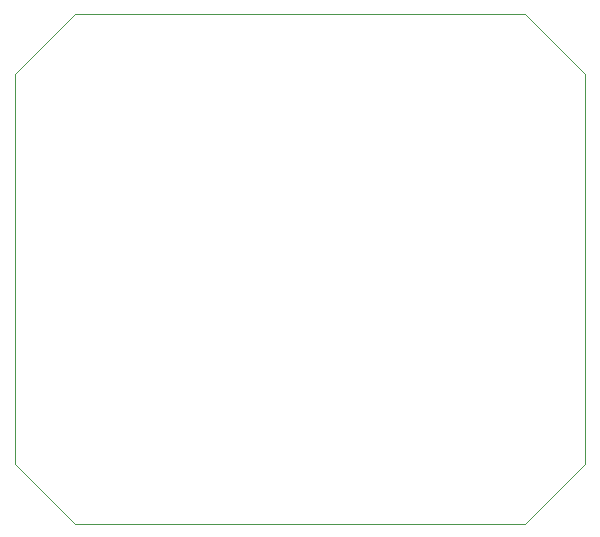
<source format=gbr>
%TF.GenerationSoftware,KiCad,Pcbnew,7.0.10*%
%TF.CreationDate,2024-04-21T18:35:41+05:30*%
%TF.ProjectId,ESDP_Final,45534450-5f46-4696-9e61-6c2e6b696361,rev?*%
%TF.SameCoordinates,Original*%
%TF.FileFunction,Profile,NP*%
%FSLAX46Y46*%
G04 Gerber Fmt 4.6, Leading zero omitted, Abs format (unit mm)*
G04 Created by KiCad (PCBNEW 7.0.10) date 2024-04-21 18:35:41*
%MOMM*%
%LPD*%
G01*
G04 APERTURE LIST*
%TA.AperFunction,Profile*%
%ADD10C,0.100000*%
%TD*%
G04 APERTURE END LIST*
D10*
X177800000Y-104140000D02*
X182880000Y-99060000D01*
X177800000Y-60960000D02*
X182880000Y-66040000D01*
X134620000Y-99060000D02*
X134620000Y-66040000D01*
X182880000Y-66040000D02*
X182880000Y-99060000D01*
X139700000Y-60960000D02*
X177800000Y-60960000D01*
X177800000Y-104140000D02*
X139700000Y-104140000D01*
X134620000Y-66040000D02*
X139700000Y-60960000D01*
X139700000Y-104140000D02*
X134620000Y-99060000D01*
M02*

</source>
